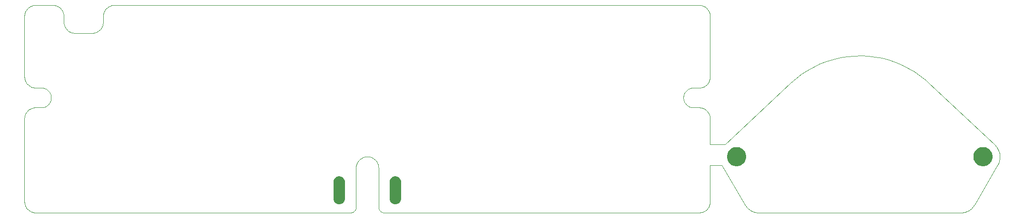
<source format=gbr>
%FSTAX26Y26*%
%MOMM*%
%SFA1B1*%

%IPPOS*%
%ADD72C,0.025400*%
%LNpcb1_profile-1*%
%LPD*%
G36*
X39371981Y-04064D02*
Y-04231436D01*
X3943731Y-04559858*
X39565478Y-0486923*
X39751508Y-05147665*
X39988286Y-05384469*
X40266747Y-05570499*
X40576119Y-05698667*
X40904541Y-05763996*
X41071977*
X41239414*
X41567862Y-05698667*
X41877234Y-05570499*
X42155668Y-05384469*
X42392473Y-05147665*
X42578502Y-0486923*
X42706645Y-04559858*
X42771999Y-04231436*
Y-04064*
Y-03896563*
X42706645Y-03568115*
X42578502Y-03258743*
X42392473Y-02980309*
X42155668Y-02743504*
X41877234Y-02557475*
X41567862Y-02429306*
X41239414Y-02363978*
X41071977*
X40904541*
X40576119Y-02429306*
X40266747Y-02557475*
X39988286Y-02743504*
X39751508Y-02980309*
X39565478Y-03258743*
X3943731Y-03568115*
X39371981Y-03896563*
Y-04064*
G37*
G36*
X83211974D02*
Y-04231436D01*
X83277329Y-04559858*
X83405472Y-04869256*
X83591501Y-05147665*
X83828305Y-05384469*
X8410674Y-05570499*
X84416112Y-05698667*
X8474456Y-05763996*
X84911996*
X85079408*
X85407855Y-05698667*
X85717227Y-05570499*
X85995687Y-05384469*
X86232466Y-05147665*
X86418496Y-04869256*
X86546664Y-04559858*
X86611993Y-04231436*
Y-04064*
Y-03896563*
X86546664Y-03568115*
X86418496Y-03258743*
X86232466Y-02980309*
X85995687Y-02743504*
X85717227Y-02557475*
X85407855Y-02429306*
X85079408Y-02363978*
X84911996*
X8474456*
X84416112Y-02429306*
X8410674Y-02557475*
X83828305Y-02743504*
X83591501Y-02980309*
X83405472Y-03258743*
X83277329Y-03568115*
X83211974Y-03896563*
Y-04064*
G37*
G36*
X-20637982Y-11554993D02*
Y-11686641D01*
X-20569834Y-11940971*
X-20438186Y-12169013*
X-20252004Y-12355195*
X-20023988Y-12486843*
X-19769632Y-12554991*
X-19506336*
X-19252006Y-12486843*
X-19023965Y-12355195*
X-18837783Y-12169013*
X-18706134Y-11940971*
X-18637986Y-11686641*
Y-11554993*
Y-08554999*
Y-08423325*
X-18706134Y-08168995*
X-18837783Y-07940979*
X-19023965Y-07754797*
X-19252006Y-07623149*
X-19506336Y-07554976*
X-19769632*
X-20023988Y-07623149*
X-20252004Y-07754797*
X-20438186Y-07940979*
X-20569834Y-08168995*
X-20637982Y-08423325*
Y-08554999*
Y-11554993*
G37*
G36*
X-30637988D02*
Y-11686641D01*
X-30569839Y-11940971*
X-30438191Y-12169013*
X-30252009Y-12355195*
X-30023968Y-12486843*
X-29769638Y-12554991*
X-29506341*
X-29252011Y-12486843*
X-2902397Y-12355195*
X-28837788Y-12169013*
X-2870614Y-11940971*
X-28637992Y-11686641*
Y-11554993*
Y-08554999*
Y-08423325*
X-2870614Y-08168995*
X-28837788Y-07940979*
X-2902397Y-07754797*
X-29252011Y-07623149*
X-29506341Y-07554976*
X-29769638*
X-30023968Y-07623149*
X-30252009Y-07754797*
X-30438191Y-07940979*
X-30569839Y-08168995*
X-30637988Y-08423325*
Y-08554999*
Y-11554993*
G37*
G54D72*
X-83637983Y-14054988D02*
D01*
X-83777505Y-14050111*
X-83916342Y-14035532*
X-84053807Y-14011275*
X-84189265Y-13977518*
X-84322031Y-13934363*
X-84451469Y-1388209*
X-8457692Y-13820876*
X-84697824Y-13751077*
X-84813546Y-13673023*
X-84923553Y-13587069*
X-85027312Y-13493673*
X-85124264Y-13393242*
X-85214002Y-13286308*
X-8529607Y-13173379*
X-85370035Y-1305499*
X-85435567Y-12931724*
X-85492361Y-1280419*
X-85540088Y-12673025*
X-85578569Y-12538837*
X-85607601Y-12402286*
X-85627032Y-12264034*
X-8563676Y-12124791*
X-85637979Y-12054992*
Y0269499*
D01*
X-85633102Y02834487*
X-85618523Y02973324*
X-85594291Y03110814*
X-85560509Y03246272*
X-8551738Y03379038*
X-85465081Y03508451*
X-85403893Y03633927*
X-85334094Y03754831*
X-85256014Y03870553*
X-85170086Y03980561*
X-85076665Y04084294*
X-84976258Y04181271*
X-84869299Y0427101*
X-84756371Y04353052*
X-84637981Y04427042*
X-8451474Y04492574*
X-84387207Y04549343*
X-84256016Y04597095*
X-84121828Y04635576*
X-83985277Y04664608*
X-83847051Y04684039*
X-83707782Y04693767*
X-83637983Y04694986*
X-82637985*
D01*
X-82515913Y04699254*
X-82394425Y0471203*
X-8227413Y04733239*
X-82155614Y04762779*
X-8203946Y04800523*
X-81926201Y04846294*
X-81816422Y04899837*
X-81710631Y04960899*
X-81609361Y050292*
X-81513121Y05104409*
X-81422341Y05186146*
X-8133748Y05274005*
X-81258968Y05367578*
X-81187163Y0546641*
X-81122443Y05569991*
X-8106509Y05677839*
X-81015408Y05789422*
X-8097365Y05904204*
X-8093997Y06021628*
X-8091457Y0614111*
X-80897577Y06262065*
X-80889043Y06383909*
Y06506057*
X-80897577Y06627901*
X-8091457Y06748881*
X-8093997Y06868363*
X-8097365Y06985762*
X-81015408Y07100544*
X-8106509Y07212126*
X-81122443Y07319975*
X-81187163Y07423581*
X-81258968Y07522387*
X-8133748Y07615961*
X-81422341Y0770382*
X-81513121Y07785557*
X-81609361Y07860766*
X-81710631Y07929067*
X-81816422Y07990154*
X-81926201Y08043697*
X-8203946Y08089442*
X-82155614Y08127187*
X-8227413Y08156752*
X-82394425Y08177961*
X-82515913Y08190712*
X-82637985Y08194979*
X-83637983*
D01*
X-83777505Y08199856*
X-83916342Y08214461*
X-84053807Y08238693*
X-84189265Y08272475*
X-84322031Y08315604*
X-84451469Y08367902*
X-8457692Y08429091*
X-84697824Y0849889*
X-84813546Y08576945*
X-84923553Y08662898*
X-85027312Y08756319*
X-85124264Y08856726*
X-85214002Y0896366*
X-8529607Y09076613*
X-85370035Y09194977*
X-85435567Y09318244*
X-85492361Y09445777*
X-85540088Y09576943*
X-85578569Y09711131*
X-85607601Y09847681*
X-85627032Y09985933*
X-8563676Y10125176*
X-85637979Y10194975*
Y20944992*
D01*
X-85633102Y21084489*
X-85618523Y21223325*
X-85594291Y21360815*
X-85560509Y21496274*
X-8551738Y21629039*
X-85465081Y21758452*
X-85403893Y21883928*
X-85334094Y22004832*
X-85256014Y22120555*
X-85170086Y22230562*
X-85076665Y22334296*
X-84976258Y22431273*
X-84869299Y22521011*
X-84756371Y22603053*
X-84637981Y22677043*
X-8451474Y22742575*
X-84387207Y22799344*
X-84256016Y22847096*
X-84121828Y22885577*
X-83985277Y2291461*
X-83847051Y22934041*
X-83707782Y22943769*
X-83637983Y22944988*
X-80637989*
D01*
X-80498467Y22940111*
X-80359631Y22925532*
X-80222166Y22901275*
X-80086708Y22867518*
X-79953942Y22824363*
X-79824503Y2277209*
X-79699053Y22710876*
X-79578149Y22641077*
X-79462426Y22563023*
X-79352419Y22477069*
X-7924866Y22383673*
X-79151708Y22283242*
X-7906197Y22176308*
X-78979903Y22063379*
X-78905938Y2194499*
X-78840406Y21821724*
X-78783611Y2169419*
X-78735885Y21563025*
X-78697404Y21428837*
X-78668372Y21292286*
X-78648941Y21154034*
X-78639212Y21014791*
X-78637993Y20944992*
Y19944994*
D01*
X-78633116Y19805472*
X-78618511Y19666635*
X-7859428Y19529171*
X-78560498Y19393712*
X-78517369Y19260947*
X-7846507Y19131508*
X-78403881Y19006032*
X-78334082Y18885154*
X-78256028Y18769406*
X-78170074Y18659424*
X-78076679Y18555665*
X-77976247Y18458688*
X-77869313Y18368975*
X-77756385Y18286907*
X-77637995Y18212943*
X-77514729Y18147411*
X-77387196Y18090616*
X-7725603Y18042864*
X-77121842Y18004383*
X-76985291Y17975376*
X-76847039Y17955945*
X-76707796Y17946217*
X-76637997Y17944998*
X-73637978*
D01*
X-73498481Y17949849*
X-73359645Y17964454*
X-73222154Y17988686*
X-73086722Y18022468*
X-72953956Y18065597*
X-72824517Y18117896*
X-72699041Y18179084*
X-72578137Y18248884*
X-72462415Y18326963*
X-72352408Y18412891*
X-72248674Y18506313*
X-72151697Y18606719*
X-72061959Y18713653*
X-71979917Y18826607*
X-71905926Y18944996*
X-71840394Y19068237*
X-71783625Y1919577*
X-71735873Y19326961*
X-71697392Y19461149*
X-7166836Y195977*
X-71648955Y19735927*
X-71639201Y19875195*
X-71637982Y19944994*
Y20944992*
D01*
X-71633105Y21084489*
X-71618525Y21223325*
X-71594294Y21360815*
X-71560512Y21496274*
X-71517383Y21629039*
X-71465084Y21758452*
X-7140387Y21883928*
X-71334071Y22004832*
X-71256017Y22120555*
X-71170088Y22230562*
X-71076667Y22334296*
X-70976236Y22431273*
X-70869302Y22521011*
X-70756373Y22603053*
X-70637984Y22677043*
X-70514718Y22742575*
X-7038721Y22799344*
X-70256019Y22847096*
X-7012183Y22885577*
X-6998528Y2291461*
X-69847053Y22934041*
X-69707785Y22943769*
X-69637986Y22944988*
X34361983*
D01*
X34501505Y22940111*
X34640342Y22925532*
X34777807Y22901275*
X34913265Y22867518*
X35046031Y22824363*
X35175469Y2277209*
X3530092Y22710876*
X35421824Y22641077*
X35537546Y22563023*
X35647553Y22477069*
X35751312Y22383673*
X35848264Y22283242*
X35938002Y22176308*
X3602007Y22063379*
X36094035Y2194499*
X36159567Y21821724*
X36216361Y2169419*
X36264088Y21563025*
X36302569Y21428837*
X36331601Y21292286*
X36351032Y21154034*
X3636076Y21014791*
X36361979Y20944992*
Y10194975*
D01*
X36357102Y10055479*
X36342523Y09916642*
X36318291Y09779152*
X36284509Y09643719*
X3624138Y09510953*
X36189081Y09381515*
X36127893Y09256039*
X36058094Y0913516*
X35980014Y09019413*
X35894086Y08909405*
X35800665Y08805672*
X35700258Y08708694*
X35593299Y08618956*
X35480371Y08536914*
X35361981Y08462924*
X3523874Y08397392*
X35111207Y08340623*
X34980016Y08292871*
X34845828Y0825439*
X34709277Y08225383*
X34571051Y08205952*
X34431782Y08196199*
X34361983Y08194979*
X33361985*
D01*
X33239913Y08190712*
X33118425Y08177961*
X3299813Y08156752*
X32879614Y08127187*
X3276346Y08089442*
X32650201Y08043697*
X32540422Y07990154*
X32434631Y07929067*
X32333361Y07860766*
X32237121Y07785557*
X32146341Y0770382*
X3206148Y07615961*
X31982968Y07522387*
X31911163Y07423581*
X31846443Y07319975*
X3178909Y07212126*
X31739408Y07100544*
X3169765Y06985762*
X3166397Y06868363*
X3163857Y06748881*
X31621577Y06627901*
X31613043Y06506057*
Y06383909*
X31621577Y06262065*
X3163857Y0614111*
X3166397Y06021628*
X3169765Y05904204*
X31739408Y05789422*
X3178909Y05677839*
X31846443Y05569991*
X31911163Y0546641*
X31982968Y05367578*
X3206148Y05274005*
X32146341Y05186146*
X32237121Y05104409*
X32333361Y050292*
X32434631Y04960899*
X32540422Y04899837*
X32650201Y04846294*
X3276346Y04800523*
X32879614Y04762779*
X3299813Y04733239*
X33118425Y0471203*
X33239913Y04699254*
X33361985Y04694986*
X34361983*
D01*
X34501505Y0469011*
X34640342Y0467553*
X34777807Y04651273*
X34913265Y04617516*
X35046031Y04574362*
X35175469Y04522089*
X3530092Y04460875*
X35421824Y04391075*
X35537546Y04313021*
X35647553Y04227068*
X35751312Y04133672*
X35848264Y0403324*
X35938002Y03926306*
X3602007Y03813378*
X36094035Y03694988*
X36159567Y03571722*
X36216361Y03444189*
X36264088Y03313023*
X36302569Y03178835*
X36331601Y03042285*
X36351032Y02904032*
X3636076Y0276479*
X36361979Y0269499*
Y-01876399*
X39019073*
X50674473Y09061475*
D01*
X51620064Y09888728*
X52621053Y1064801*
X53672587Y11335613*
X54769512Y11948185*
X55906492Y12482753*
X57077991Y12936702*
X58278318Y13307847*
X59501582Y13594334*
X6074189Y1379479*
X61993119Y13908252*
X63249251Y13934135*
X64504112Y13872362*
X65751608Y13723188*
X66985641Y13487349*
X68200244Y13166013*
X69389447Y12760731*
X70547509Y12273483*
X71668741Y11706631*
X72747708Y1106297*
X73779151Y10345597*
X74758042Y0955802*
X75309501Y09061475*
X86964901Y-01876399*
D01*
X871125Y-02024938*
X87249381Y-02183409*
X87374882Y-02351049*
X87488369Y-0252702*
X87589309Y-02710484*
X87677193Y-02900527*
X87751615Y-0309626*
X87812219Y-03296691*
X87858676Y-03500882*
X87890781Y-0370779*
X87908358Y-03916451*
X87911355Y-04125823*
X87899748Y-04334916*
X8787356Y-04542663*
X87832946Y-04748072*
X87778132Y-0495018*
X87709324Y-05147945*
X87626901Y-05340426*
X87531244Y-05526709*
X87510061Y-05563997*
X83468616Y-12563983*
D01*
X83357643Y-12741554*
X8323458Y-12910972*
X83099986Y-13071373*
X8295452Y-13221995*
X82798894Y-13362127*
X82633896Y-13491032*
X82460287Y-13608126*
X82278956Y-13712825*
X82090742Y-1380462*
X8189661Y-13883055*
X81697449Y-13947775*
X81494274Y-13998422*
X81288051Y-14034795*
X81079797Y-1405669*
X80870526Y-1406398*
X45113448*
D01*
X44904177Y-1405669*
X44695922Y-14034795*
X444897Y-13998422*
X44286525Y-13947775*
X44087389Y-13883055*
X43893232Y-1380462*
X43705043Y-13712825*
X43523687Y-13608126*
X43350103Y-13491032*
X4318508Y-13362127*
X43029479Y-13221995*
X42884013Y-13071373*
X42749419Y-12910972*
X4262633Y-12741554*
X42515383Y-12563983*
X42515358*
X38473913Y-05563997*
X38481Y-05588*
X36361979*
Y-12054992*
D01*
X36357102Y-12194489*
X36342523Y-12333325*
X36318291Y-12470815*
X36284509Y-12606274*
X3624138Y-12739039*
X36189081Y-12868452*
X36127893Y-12993928*
X36058094Y-13114832*
X35980014Y-13230555*
X35894086Y-13340562*
X35800665Y-13444296*
X35700258Y-13541273*
X35593299Y-13631011*
X35480371Y-13713053*
X35361981Y-13787043*
X3523874Y-13852575*
X35111207Y-13909344*
X34980016Y-13957096*
X34845828Y-13995577*
X34709277Y-1402461*
X34571051Y-14044041*
X34431782Y-14053769*
X34361983Y-14054988*
X-2163798*
D01*
X-21707754Y-1405255*
X-21777172Y-1404526*
X-21845905Y-14033144*
X-21913621Y-14016253*
X-21980017Y-13994688*
X-22044736Y-13968526*
X-22107448Y-13937945*
X-221679Y-13903045*
X-22225762Y-13864005*
X-22280778Y-13821029*
X-22332645Y-13774318*
X-22381133Y-13724128*
X-2242599Y-13670661*
X-22467036Y-13614171*
X-22504019Y-13554989*
X-22536785Y-13493369*
X-22565182Y-13429589*
X-22589032Y-13364006*
X-22608286Y-132969*
X-22622789Y-13228624*
X-22632517Y-13159511*
X-22637369Y-1308989*
X-22637978Y-1305499*
Y-06054979*
D01*
X-22642855Y-05915482*
X-2265746Y-05776645*
X-22681692Y-05639155*
X-22715474Y-05503722*
X-22758603Y-05370957*
X-22810901Y-05241518*
X-2287209Y-05116042*
X-22941889Y-04995138*
X-23019943Y-04879416*
X-23105897Y-04769408*
X-23199318Y-04665675*
X-23299724Y-04568698*
X-23406658Y-04478959*
X-23519612Y-04396917*
X-23637976Y-04322927*
X-23761242Y-04257395*
X-23888776Y-04200626*
X-24019941Y-04152874*
X-24154155Y-04114393*
X-2429068Y-04085361*
X-24428932Y-04065955*
X-245682Y-04056202*
X-24707773*
X-24847042Y-04065955*
X-24985294Y-04085361*
X-25121819Y-04114393*
X-25256032Y-04152874*
X-25387198Y-04200626*
X-25514731Y-04257395*
X-25637998Y-04322927*
X-25756362Y-04396917*
X-25869315Y-04478959*
X-25976249Y-04568698*
X-26076656Y-04665675*
X-26170077Y-04769408*
X-2625603Y-04879416*
X-26334085Y-04995138*
X-26403884Y-05116042*
X-26465072Y-05241518*
X-26517371Y-05370957*
X-265605Y-05503722*
X-26594282Y-05639155*
X-26618514Y-05776645*
X-26633119Y-05915482*
X-26637996Y-06054979*
Y-1305499*
D01*
X-26640434Y-13124738*
X-26647724Y-13194157*
X-2665984Y-13262889*
X-26676731Y-13330631*
X-26698295Y-13397001*
X-26724432Y-1346172*
X-26755039Y-13524458*
X-26789938Y-1358491*
X-26828978Y-13642771*
X-26871955Y-13697762*
X-2691864Y-13749655*
X-26968856Y-13798143*
X-27022323Y-13843*
X-27078787Y-13884021*
X-27137995Y-13921003*
X-27199615Y-13953769*
X-27263369Y-13982166*
X-27328977Y-14006042*
X-27396059Y-1402527*
X-27464334Y-14039799*
X-27533447Y-14049502*
X-27603094Y-14054378*
X-27637994Y-14054988*
X-83637983*
M02*
</source>
